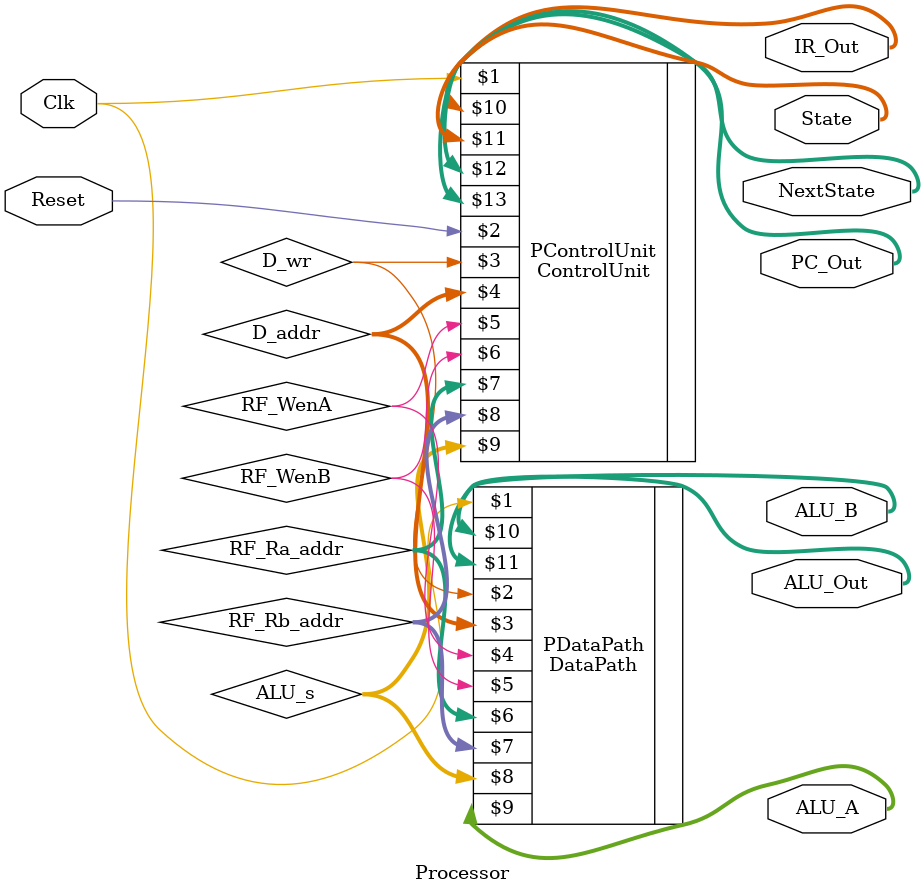
<source format=v>
/*
Andrew Gates, Brandon Watt, and Vladislav Psarev
5/23/16
LabB
Processor: Module that will instantiate ControlUnit and DataPath which will handle loading
the instructions and performing the various calculations on the instructions.
*/


module Processor(Clk, Reset, IR_Out, PC_Out, State, NextState, ALU_A, ALU_B, ALU_Out);
	input Clk;                 // System clock
	input Reset;               // Synchronous reset
   
	output [15:0] IR_Out;      // Instruction Register value
   output [15:0] ALU_A;       // ALU A value
	output [15:0] ALU_B;       // ALU B value
	output [15:0] ALU_Out;     // ALU Out value
	output [7:0] PC_Out;       // PC counter
	output [7:0] State;        // Current state for StateMachine
	output [7:0] NextState;    // Next State for StateMachine
	
	wire [7:0] D_addr;         // Data memory address
	wire [3:0] RF_Ra_addr;     // Register file A-address
	wire [3:0] RF_Rb_addr;     // Register file B-address
   wire [2:0] ALU_s;          // ALU function select
	wire D_wr;                 // Data memory write enable
	wire RF_WenA;              // Register file A-side write enable
	wire RF_WenB;              // Register file B-side write enable
	
	ControlUnit PControlUnit(Clk, Reset, D_wr, D_addr, RF_WenA, RF_WenB, RF_Ra_addr, RF_Rb_addr, ALU_s,
										IR_Out, State, NextState, PC_Out);
	
	DataPath PDataPath(Clk, D_wr, D_addr, RF_WenA, RF_WenB, RF_Ra_addr, RF_Rb_addr, ALU_s,
						ALU_A, ALU_B, ALU_Out);

endmodule 
</source>
